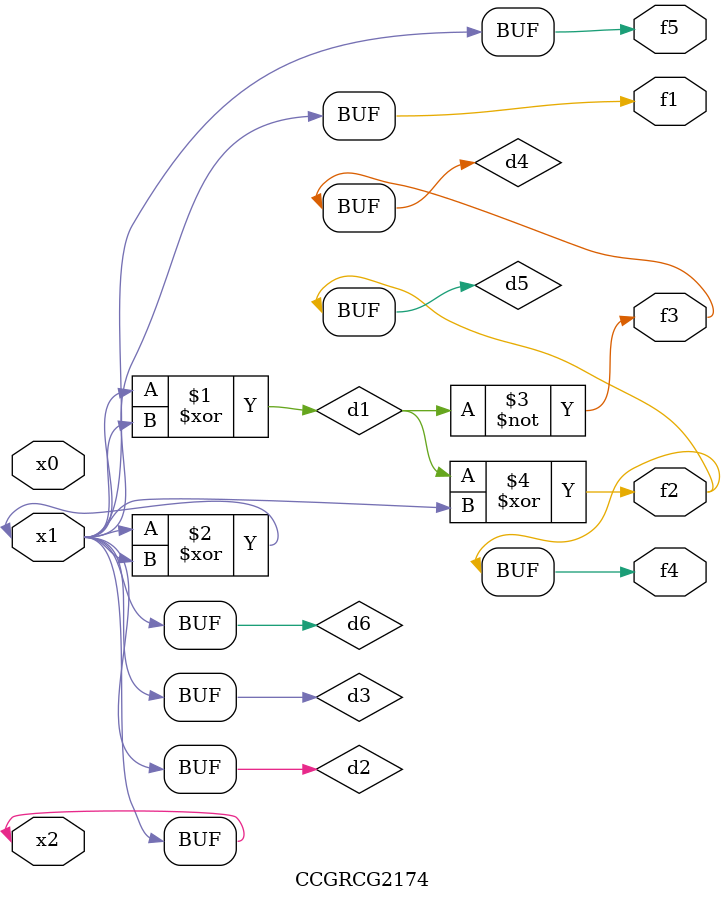
<source format=v>
module CCGRCG2174(
	input x0, x1, x2,
	output f1, f2, f3, f4, f5
);

	wire d1, d2, d3, d4, d5, d6;

	xor (d1, x1, x2);
	buf (d2, x1, x2);
	xor (d3, x1, x2);
	nor (d4, d1);
	xor (d5, d1, d2);
	buf (d6, d2, d3);
	assign f1 = d6;
	assign f2 = d5;
	assign f3 = d4;
	assign f4 = d5;
	assign f5 = d6;
endmodule

</source>
